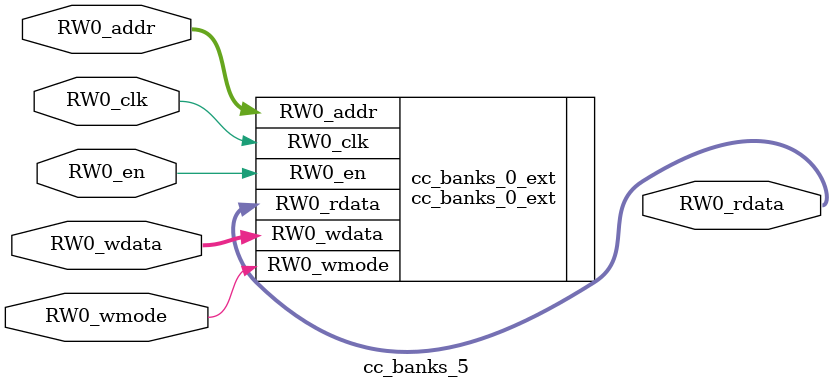
<source format=sv>
module cc_banks_5(	// @[generators/rocket-chip/src/main/scala/util/DescribedSRAM.scala:17:26]
  input  [12:0] RW0_addr,
  input         RW0_en,
  input         RW0_clk,
  input         RW0_wmode,
  input  [63:0] RW0_wdata,
  output [63:0] RW0_rdata
);

  cc_banks_0_ext cc_banks_0_ext (	// @[generators/rocket-chip/src/main/scala/util/DescribedSRAM.scala:17:26]
    .RW0_addr  (RW0_addr),
    .RW0_en    (RW0_en),
    .RW0_clk   (RW0_clk),
    .RW0_wmode (RW0_wmode),
    .RW0_wdata (RW0_wdata),
    .RW0_rdata (RW0_rdata)
  );	// @[generators/rocket-chip/src/main/scala/util/DescribedSRAM.scala:17:26]
endmodule


</source>
